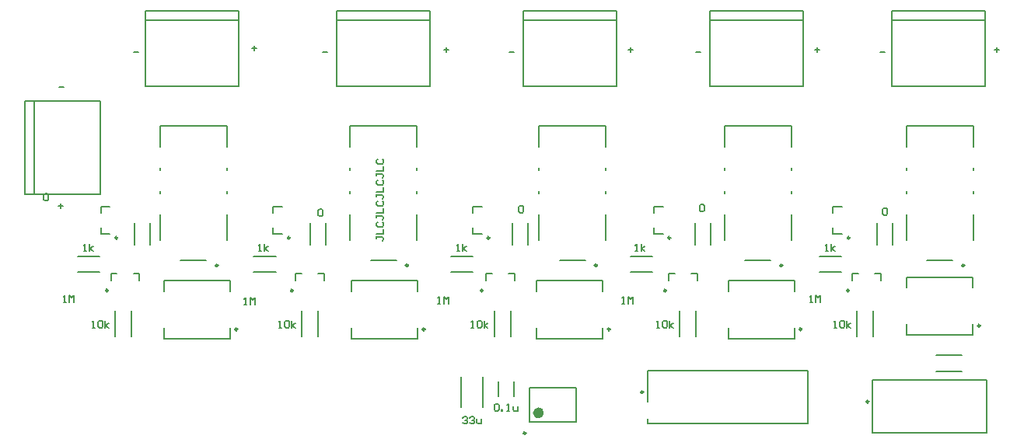
<source format=gto>
G04*
G04 #@! TF.GenerationSoftware,Altium Limited,Altium Designer,21.4.1 (30)*
G04*
G04 Layer_Color=65535*
%FSLAX25Y25*%
%MOIN*%
G70*
G04*
G04 #@! TF.SameCoordinates,1266B52B-6285-4ABA-978B-C55B880163AB*
G04*
G04*
G04 #@! TF.FilePolarity,Positive*
G04*
G01*
G75*
%ADD10C,0.00984*%
%ADD11C,0.02362*%
%ADD12C,0.00787*%
%ADD13C,0.00500*%
D10*
X688724Y285535D02*
G03*
X688724Y285535I-492J0D01*
G01*
X443492Y311398D02*
G03*
X443492Y311398I-492J0D01*
G01*
X450724Y284035D02*
G03*
X450724Y284035I-492J0D01*
G01*
X392866Y323260D02*
G03*
X392866Y323260I-492J0D01*
G01*
X394118Y300669D02*
G03*
X394118Y300669I-492J0D01*
G01*
X640996Y253000D02*
G03*
X640996Y253000I-492J0D01*
G01*
X544378Y257067D02*
G03*
X544378Y257067I-492J0D01*
G01*
X681992Y311398D02*
G03*
X681992Y311398I-492J0D01*
G01*
X524492D02*
G03*
X524492Y311398I-492J0D01*
G01*
X530110Y284035D02*
G03*
X530110Y284035I-492J0D01*
G01*
X493984Y239492D02*
G03*
X493984Y239492I-492J0D01*
G01*
X632866Y323260D02*
G03*
X632866Y323260I-492J0D01*
G01*
X478429D02*
G03*
X478429Y323260I-492J0D01*
G01*
X361992Y311398D02*
G03*
X361992Y311398I-492J0D01*
G01*
X370339Y284035D02*
G03*
X370339Y284035I-492J0D01*
G01*
X632618Y300669D02*
G03*
X632618Y300669I-492J0D01*
G01*
X475618D02*
G03*
X475618Y300669I-492J0D01*
G01*
X318929Y323260D02*
G03*
X318929Y323260I-492J0D01*
G01*
X603992Y311398D02*
G03*
X603992Y311398I-492J0D01*
G01*
X612224Y284035D02*
G03*
X612224Y284035I-492J0D01*
G01*
X314878Y300669D02*
G03*
X314878Y300669I-492J0D01*
G01*
X555992Y323260D02*
G03*
X555992Y323260I-492J0D01*
G01*
X554118Y300669D02*
G03*
X554118Y300669I-492J0D01*
G01*
D11*
X500579Y248153D02*
G03*
X500579Y248153I-1181J0D01*
G01*
D12*
X657327Y301874D02*
Y306402D01*
X685673Y301874D02*
Y306402D01*
X657327Y281598D02*
Y286126D01*
X685673Y281598D02*
Y286126D01*
X657327Y306402D02*
X685673D01*
X657327Y281598D02*
X685673D01*
X418630Y322224D02*
Y333169D01*
Y342224D02*
Y343169D01*
Y352224D02*
Y353169D01*
Y362224D02*
Y371240D01*
X447370D01*
Y322224D02*
Y333169D01*
Y342224D02*
Y343169D01*
Y352224D02*
Y353169D01*
Y362224D02*
Y371240D01*
X427528Y313760D02*
X438472D01*
X419327Y300374D02*
Y304902D01*
X447673Y300374D02*
Y304902D01*
X419327Y280098D02*
Y284626D01*
X447673Y280098D02*
Y284626D01*
X419327Y304902D02*
X447673D01*
X419327Y280098D02*
X447673D01*
X385681Y324835D02*
X389618D01*
X385681D02*
Y327590D01*
Y336646D02*
X389618D01*
X385681Y333890D02*
Y336646D01*
X377252Y315370D02*
X386748D01*
X377252Y308630D02*
X386748D01*
X401630Y320252D02*
Y329748D01*
X408370Y320252D02*
Y329748D01*
X405067Y280964D02*
Y292036D01*
X397933Y280964D02*
Y292036D01*
X395398Y304949D02*
Y307953D01*
X397957D01*
X407602Y304949D02*
Y307953D01*
X405043D02*
X407602D01*
X691488Y239614D02*
Y262252D01*
X642669D02*
X691488D01*
X642669Y239614D02*
Y262252D01*
Y239614D02*
X691488D01*
X614752Y243681D02*
Y266319D01*
X546248D02*
X614752D01*
X546248Y243681D02*
Y245551D01*
Y252835D02*
Y266319D01*
Y243681D02*
X614752D01*
X466362Y250590D02*
Y263606D01*
X475638Y250590D02*
Y263606D01*
X666028Y313760D02*
X676972D01*
X685870Y362224D02*
Y371240D01*
Y352224D02*
Y353169D01*
Y342224D02*
Y343169D01*
Y322224D02*
Y333169D01*
X657130Y371240D02*
X685870D01*
X657130Y362224D02*
Y371240D01*
Y352224D02*
Y353169D01*
Y342224D02*
Y343169D01*
Y322224D02*
Y333169D01*
X508528Y313760D02*
X519472D01*
X528370Y362224D02*
Y371240D01*
Y352224D02*
Y353169D01*
Y342224D02*
Y343169D01*
Y322224D02*
Y333169D01*
X499630Y371240D02*
X528370D01*
X499630Y362224D02*
Y371240D01*
Y352224D02*
Y353169D01*
Y342224D02*
Y343169D01*
Y322224D02*
Y333169D01*
X498713Y280098D02*
X527059D01*
X498713Y304902D02*
X527059D01*
Y280098D02*
Y284626D01*
X498713Y280098D02*
Y284626D01*
X527059Y300374D02*
Y304902D01*
X498713Y300374D02*
Y304902D01*
X619752Y308630D02*
X629248D01*
X619752Y315370D02*
X629248D01*
X461752Y308630D02*
X471248D01*
X461752Y315370D02*
X471248D01*
X495461Y244216D02*
X515539D01*
X495461Y258784D02*
X515539D01*
X495461Y244216D02*
Y258784D01*
X515539Y244216D02*
Y258784D01*
X480433Y280964D02*
Y292036D01*
X487567Y280964D02*
Y292036D01*
X651370Y320252D02*
Y329748D01*
X644630Y320252D02*
Y329748D01*
X494870Y320252D02*
Y329748D01*
X488130Y320252D02*
Y329748D01*
X635933Y280964D02*
Y292036D01*
X643067Y280964D02*
Y292036D01*
X625681Y333890D02*
Y336646D01*
X629618D01*
X625681Y324835D02*
Y327590D01*
Y324835D02*
X629618D01*
X471244Y333890D02*
Y336646D01*
X475181D01*
X471244Y324835D02*
Y327590D01*
Y324835D02*
X475181D01*
X346028Y313760D02*
X356972D01*
X365870Y362224D02*
Y371240D01*
Y352224D02*
Y353169D01*
Y342224D02*
Y343169D01*
Y322224D02*
Y333169D01*
X337130Y371240D02*
X365870D01*
X337130Y362224D02*
Y371240D01*
Y352224D02*
Y353169D01*
Y342224D02*
Y343169D01*
Y322224D02*
Y333169D01*
X488846Y255350D02*
Y261650D01*
X482154Y255350D02*
Y261650D01*
X338941Y280098D02*
X367287D01*
X338941Y304902D02*
X367287D01*
Y280098D02*
Y284626D01*
X338941Y280098D02*
Y284626D01*
X367287Y300374D02*
Y304902D01*
X338941Y300374D02*
Y304902D01*
X301752Y308630D02*
X311248D01*
X301752Y315370D02*
X311248D01*
X643543Y307953D02*
X646102D01*
Y304949D02*
Y307953D01*
X633898D02*
X636457D01*
X633898Y304949D02*
Y307953D01*
X486543D02*
X489102D01*
Y304949D02*
Y307953D01*
X476898D02*
X479457D01*
X476898Y304949D02*
Y307953D01*
X332870Y320252D02*
Y329748D01*
X326130Y320252D02*
Y329748D01*
X317933Y280964D02*
Y292036D01*
X325067Y280964D02*
Y292036D01*
X311744Y333890D02*
Y336646D01*
X315681D01*
X311744Y324835D02*
Y327590D01*
Y324835D02*
X315681D01*
X588028Y313760D02*
X598972D01*
X607870Y362224D02*
Y371240D01*
Y352224D02*
Y353169D01*
Y342224D02*
Y343169D01*
Y322224D02*
Y333169D01*
X579130Y371240D02*
X607870D01*
X579130Y362224D02*
Y371240D01*
Y352224D02*
Y353169D01*
Y342224D02*
Y343169D01*
Y322224D02*
Y333169D01*
X580827Y280098D02*
X609173D01*
X580827Y304902D02*
X609173D01*
Y280098D02*
Y284626D01*
X580827Y280098D02*
Y284626D01*
X609173Y300374D02*
Y304902D01*
X580827Y300374D02*
Y304902D01*
X325803Y307953D02*
X328362D01*
Y304949D02*
Y307953D01*
X316158D02*
X318717D01*
X316158Y304949D02*
Y307953D01*
X538752Y308630D02*
X548248D01*
X538752Y315370D02*
X548248D01*
X573370Y320252D02*
Y329748D01*
X566630Y320252D02*
Y329748D01*
X559933Y280964D02*
Y292036D01*
X567067Y280964D02*
Y292036D01*
X669964Y265933D02*
X681036D01*
X669964Y273067D02*
X681036D01*
X548807Y333890D02*
Y336646D01*
X552744D01*
X548807Y324835D02*
Y327590D01*
Y324835D02*
X552744D01*
X565043Y307953D02*
X567602D01*
Y304949D02*
Y307953D01*
X555398D02*
X557957D01*
X555398Y304949D02*
Y307953D01*
D13*
X413000Y416705D02*
X453000D01*
Y388358D02*
Y416705D01*
Y420642D01*
X413000D02*
X453000D01*
X413000Y416705D02*
Y420642D01*
Y388358D02*
Y416705D01*
Y388358D02*
X453000D01*
X311563Y341834D02*
Y381834D01*
X283217Y341834D02*
X311563D01*
X279280D02*
X283217D01*
X279280D02*
Y381834D01*
X283217D01*
X311563D01*
X283217Y341834D02*
Y381834D01*
X651000Y388358D02*
X691000D01*
X651000D02*
Y416705D01*
Y420642D01*
X691000D01*
Y416705D02*
Y420642D01*
Y388358D02*
Y416705D01*
X651000D02*
X691000D01*
X493000Y388358D02*
X533000D01*
X493000D02*
Y416705D01*
Y420642D01*
X533000D01*
Y416705D02*
Y420642D01*
Y388358D02*
Y416705D01*
X493000D02*
X533000D01*
X331000Y388358D02*
X371000D01*
X331000D02*
Y416705D01*
Y420642D01*
X371000D01*
Y416705D02*
Y420642D01*
Y388358D02*
Y416705D01*
X331000D02*
X371000D01*
X573000Y388358D02*
X613000D01*
X573000D02*
Y416705D01*
Y420642D01*
X613000D01*
Y416705D02*
Y420642D01*
Y388358D02*
Y416705D01*
X573000D02*
X613000D01*
X294000Y388000D02*
X295999D01*
X326000Y403000D02*
X327999D01*
X407000D02*
X408999D01*
X487000D02*
X488999D01*
X567000D02*
X568999D01*
X646000D02*
X647999D01*
X695000Y404000D02*
X696999D01*
X696000Y404999D02*
Y403000D01*
X618000Y404000D02*
X619999D01*
X619000Y404999D02*
Y403000D01*
X538000Y404000D02*
X539999D01*
X539000Y404999D02*
Y403000D01*
X459000Y404000D02*
X460999D01*
X460000Y404999D02*
Y403000D01*
X376500Y404500D02*
X378499D01*
X377500Y405499D02*
Y403500D01*
X293500Y337000D02*
X295499D01*
X294500Y337999D02*
Y336000D01*
X430001Y323999D02*
Y323000D01*
Y323499D01*
X432500D01*
X433000Y323000D01*
Y322500D01*
X432500Y322000D01*
X430001Y324999D02*
X433000D01*
Y326998D01*
X430501Y329997D02*
X430001Y329498D01*
Y328498D01*
X430501Y327998D01*
X432500D01*
X433000Y328498D01*
Y329498D01*
X432500Y329997D01*
X430001Y332997D02*
Y331997D01*
Y332497D01*
X432500D01*
X433000Y331997D01*
Y331497D01*
X432500Y330997D01*
X430001Y333996D02*
X433000D01*
Y335996D01*
X430501Y338995D02*
X430001Y338495D01*
Y337495D01*
X430501Y336995D01*
X432500D01*
X433000Y337495D01*
Y338495D01*
X432500Y338995D01*
X430001Y341993D02*
Y340994D01*
Y341494D01*
X432500D01*
X433000Y340994D01*
Y340494D01*
X432500Y339994D01*
X430001Y342993D02*
X433000D01*
Y344993D01*
X430501Y347992D02*
X430001Y347492D01*
Y346492D01*
X430501Y345992D01*
X432500D01*
X433000Y346492D01*
Y347492D01*
X432500Y347992D01*
X430001Y350991D02*
Y349991D01*
Y350491D01*
X432500D01*
X433000Y349991D01*
Y349491D01*
X432500Y348991D01*
X430001Y351990D02*
X433000D01*
Y353990D01*
X430501Y356989D02*
X430001Y356489D01*
Y355489D01*
X430501Y354989D01*
X432500D01*
X433000Y355489D01*
Y356489D01*
X432500Y356989D01*
X535251Y295001D02*
X536250D01*
X535751D01*
Y298000D01*
X535251Y297500D01*
X537750Y295001D02*
Y298000D01*
X538750Y297000D01*
X539749Y298000D01*
Y295001D01*
X373251Y294500D02*
X374250D01*
X373751D01*
Y297499D01*
X373251Y297000D01*
X375750Y294500D02*
Y297499D01*
X376750Y296500D01*
X377749Y297499D01*
Y294500D01*
X550137Y284649D02*
X551137D01*
X550637D01*
Y287649D01*
X550137Y287149D01*
X552636D02*
X553136Y287649D01*
X554136D01*
X554636Y287149D01*
Y285149D01*
X554136Y284649D01*
X553136D01*
X552636Y285149D01*
Y287149D01*
X555635Y284649D02*
Y287649D01*
Y285649D02*
X557135Y286649D01*
X555635Y285649D02*
X557135Y284649D01*
X388137D02*
X389137D01*
X388637D01*
Y287649D01*
X388137Y287149D01*
X390636D02*
X391136Y287649D01*
X392136D01*
X392636Y287149D01*
Y285149D01*
X392136Y284649D01*
X391136D01*
X390636Y285149D01*
Y287149D01*
X393635Y284649D02*
Y287649D01*
Y285649D02*
X395135Y286649D01*
X393635Y285649D02*
X395135Y284649D01*
X570500Y335000D02*
X570000Y334501D01*
X569000D01*
X568500Y335000D01*
Y337000D01*
X569000Y337499D01*
X570000D01*
X570500Y337000D01*
Y335000D01*
X407000Y333000D02*
X406500Y332501D01*
X405500D01*
X405000Y333000D01*
Y335000D01*
X405500Y335500D01*
X406500D01*
X407000Y335000D01*
Y333000D01*
X541001Y317500D02*
X542000D01*
X541501D01*
Y320499D01*
X541001Y320000D01*
X543500Y317500D02*
Y320499D01*
Y318500D02*
X544999Y319500D01*
X543500Y318500D02*
X544999Y317500D01*
X379501D02*
X380500D01*
X380000D01*
Y320499D01*
X379501Y320000D01*
X382000Y317500D02*
Y320499D01*
Y318500D02*
X383499Y319500D01*
X382000Y318500D02*
X383499Y317500D01*
X295751Y295500D02*
X296750D01*
X296251D01*
Y298499D01*
X295751Y298000D01*
X298250Y295500D02*
Y298499D01*
X299250Y297500D01*
X300249Y298499D01*
Y295500D01*
X308137Y284649D02*
X309137D01*
X308637D01*
Y287649D01*
X308137Y287149D01*
X310636D02*
X311136Y287649D01*
X312136D01*
X312636Y287149D01*
Y285149D01*
X312136Y284649D01*
X311136D01*
X310636Y285149D01*
Y287149D01*
X313635Y284649D02*
Y287649D01*
Y285649D02*
X315135Y286649D01*
X313635Y285649D02*
X315135Y284649D01*
X289250Y339651D02*
X288751Y339152D01*
X287751D01*
X287251Y339651D01*
Y341651D01*
X287751Y342150D01*
X288751D01*
X289250Y341651D01*
Y339651D01*
X615751Y295500D02*
X616750D01*
X616251D01*
Y298499D01*
X615751Y298000D01*
X618250Y295500D02*
Y298499D01*
X619250Y297500D01*
X620249Y298499D01*
Y295500D01*
X456251Y295001D02*
X457250D01*
X456751D01*
Y298000D01*
X456251Y297500D01*
X458750Y295001D02*
Y298000D01*
X459750Y297000D01*
X460749Y298000D01*
Y295001D01*
X304501Y317500D02*
X305500D01*
X305000D01*
Y320499D01*
X304501Y320000D01*
X307000Y317500D02*
Y320499D01*
Y318500D02*
X308499Y319500D01*
X307000Y318500D02*
X308499Y317500D01*
X626137Y284649D02*
X627137D01*
X626637D01*
Y287649D01*
X626137Y287149D01*
X628636D02*
X629136Y287649D01*
X630136D01*
X630636Y287149D01*
Y285149D01*
X630136Y284649D01*
X629136D01*
X628636Y285149D01*
Y287149D01*
X631635Y284649D02*
Y287649D01*
Y285649D02*
X633135Y286649D01*
X631635Y285649D02*
X633135Y284649D01*
X649000Y333500D02*
X648500Y333000D01*
X647500D01*
X647000Y333500D01*
Y335500D01*
X647500Y335999D01*
X648500D01*
X649000Y335500D01*
Y333500D01*
X493000Y334500D02*
X492500Y334000D01*
X491500D01*
X491000Y334500D01*
Y336500D01*
X491500Y337000D01*
X492500D01*
X493000Y336500D01*
Y334500D01*
X470637Y284649D02*
X471637D01*
X471137D01*
Y287649D01*
X470637Y287149D01*
X473136D02*
X473636Y287649D01*
X474636D01*
X475136Y287149D01*
Y285149D01*
X474636Y284649D01*
X473636D01*
X473136Y285149D01*
Y287149D01*
X476135Y284649D02*
Y287649D01*
Y285649D02*
X477635Y286649D01*
X476135Y285649D02*
X477635Y284649D01*
X622501Y317500D02*
X623500D01*
X623000D01*
Y320499D01*
X622501Y320000D01*
X625000Y317500D02*
Y320499D01*
Y318500D02*
X626499Y319500D01*
X625000Y318500D02*
X626499Y317500D01*
X464501D02*
X465500D01*
X465000D01*
Y320499D01*
X464501Y320000D01*
X467000Y317500D02*
Y320499D01*
Y318500D02*
X468499Y319500D01*
X467000Y318500D02*
X468499Y317500D01*
X480502Y251500D02*
X481002Y251999D01*
X482001D01*
X482501Y251500D01*
Y249500D01*
X482001Y249001D01*
X481002D01*
X480502Y249500D01*
Y251500D01*
X483501Y249001D02*
Y249500D01*
X484000D01*
Y249001D01*
X483501D01*
X486000D02*
X487000D01*
X486500D01*
Y251999D01*
X486000Y251500D01*
X488499Y251000D02*
Y249500D01*
X488999Y249001D01*
X490498D01*
Y251000D01*
X467001Y246000D02*
X467501Y246499D01*
X468501D01*
X469001Y246000D01*
Y245500D01*
X468501Y245000D01*
X468001D01*
X468501D01*
X469001Y244500D01*
Y244000D01*
X468501Y243500D01*
X467501D01*
X467001Y244000D01*
X470000Y246000D02*
X470500Y246499D01*
X471500D01*
X472000Y246000D01*
Y245500D01*
X471500Y245000D01*
X471000D01*
X471500D01*
X472000Y244500D01*
Y244000D01*
X471500Y243500D01*
X470500D01*
X470000Y244000D01*
X472999Y245500D02*
Y244000D01*
X473499Y243500D01*
X474999D01*
Y245500D01*
M02*

</source>
